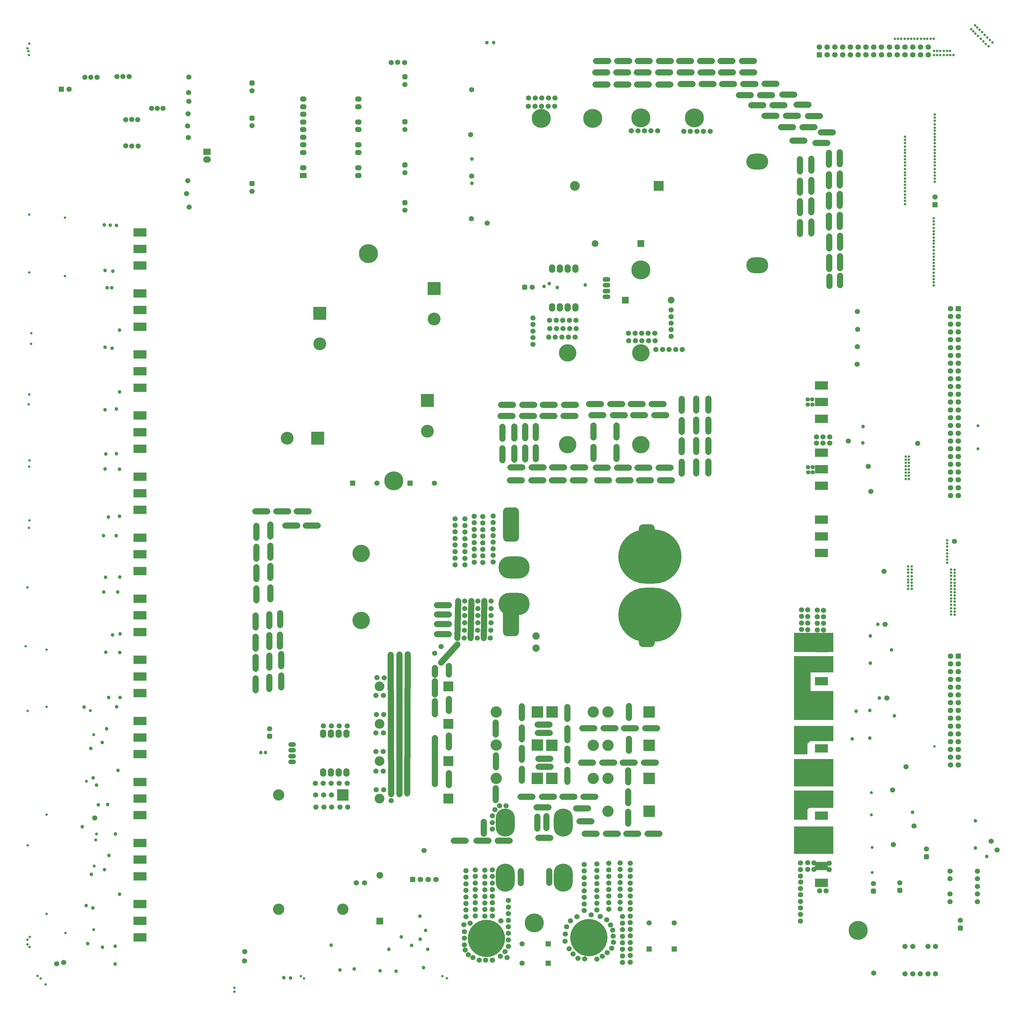
<source format=gts>
G04*
G04 #@! TF.GenerationSoftware,Altium Limited,Altium Designer,25.3.3 (18)*
G04*
G04 Layer_Color=8388736*
%FSLAX44Y44*%
%MOMM*%
G71*
G04*
G04 #@! TF.SameCoordinates,02FA8497-09D8-4EBB-9686-6BBDE5AED0EC*
G04*
G04*
G04 #@! TF.FilePolarity,Negative*
G04*
G01*
G75*
%ADD20C,2.0000*%
%ADD21C,5.7032*%
%ADD22O,6.2032X9.2032*%
%ADD23C,6.2032*%
%ADD24O,7.2032X5.2032*%
%ADD25C,1.7032*%
G04:AMPARAMS|DCode=26|XSize=1.7032mm|YSize=1.7032mm|CornerRadius=0.4766mm|HoleSize=0mm|Usage=FLASHONLY|Rotation=270.000|XOffset=0mm|YOffset=0mm|HoleType=Round|Shape=RoundedRectangle|*
%AMROUNDEDRECTD26*
21,1,1.7032,0.7500,0,0,270.0*
21,1,0.7500,1.7032,0,0,270.0*
1,1,0.9532,-0.3750,-0.3750*
1,1,0.9532,-0.3750,0.3750*
1,1,0.9532,0.3750,0.3750*
1,1,0.9532,0.3750,-0.3750*
%
%ADD26ROUNDEDRECTD26*%
%ADD27R,4.2032X2.7032*%
%ADD28C,4.2032*%
%ADD29R,4.2032X4.2032*%
%ADD30O,20.7032X17.7032*%
G04:AMPARAMS|DCode=31|XSize=5.2032mm|YSize=15.2032mm|CornerRadius=1.3516mm|HoleSize=0mm|Usage=FLASHONLY|Rotation=180.000|XOffset=0mm|YOffset=0mm|HoleType=Round|Shape=RoundedRectangle|*
%AMROUNDEDRECTD31*
21,1,5.2032,12.5000,0,0,180.0*
21,1,2.5000,15.2032,0,0,180.0*
1,1,2.7032,-1.2500,6.2500*
1,1,2.7032,1.2500,6.2500*
1,1,2.7032,1.2500,-6.2500*
1,1,2.7032,-1.2500,-6.2500*
%
%ADD31ROUNDEDRECTD31*%
G04:AMPARAMS|DCode=32|XSize=5.2032mm|YSize=11.2032mm|CornerRadius=1.3516mm|HoleSize=0mm|Usage=FLASHONLY|Rotation=180.000|XOffset=0mm|YOffset=0mm|HoleType=Round|Shape=RoundedRectangle|*
%AMROUNDEDRECTD32*
21,1,5.2032,8.5000,0,0,180.0*
21,1,2.5000,11.2032,0,0,180.0*
1,1,2.7032,-1.2500,4.2500*
1,1,2.7032,1.2500,4.2500*
1,1,2.7032,1.2500,-4.2500*
1,1,2.7032,-1.2500,-4.2500*
%
%ADD32ROUNDEDRECTD32*%
%ADD33O,10.2032X7.2032*%
%ADD34R,4.2032X4.2032*%
%ADD35R,1.7032X1.7032*%
%ADD36C,2.4032*%
%ADD37C,1.8082*%
%ADD38R,1.8082X1.8082*%
G04:AMPARAMS|DCode=39|XSize=1.7032mm|YSize=1.7032mm|CornerRadius=0.4766mm|HoleSize=0mm|Usage=FLASHONLY|Rotation=0.000|XOffset=0mm|YOffset=0mm|HoleType=Round|Shape=RoundedRectangle|*
%AMROUNDEDRECTD39*
21,1,1.7032,0.7500,0,0,0.0*
21,1,0.7500,1.7032,0,0,0.0*
1,1,0.9532,0.3750,-0.3750*
1,1,0.9532,-0.3750,-0.3750*
1,1,0.9532,-0.3750,0.3750*
1,1,0.9532,0.3750,0.3750*
%
%ADD39ROUNDEDRECTD39*%
%ADD40R,1.7232X1.7232*%
%ADD41C,1.7232*%
%ADD42C,3.7032*%
%ADD43R,3.7032X3.7032*%
%ADD44O,2.5032X1.5032*%
%ADD45O,2.1082X2.7432*%
%ADD46R,3.7032X3.7032*%
%ADD47C,2.2032*%
%ADD48R,2.2032X2.2032*%
%ADD49C,1.8032*%
%ADD50R,1.8032X1.8032*%
%ADD51R,1.7232X1.7232*%
%ADD52O,2.4892X2.1082*%
%ADD53R,2.4892X2.1082*%
%ADD54R,2.2032X1.7032*%
%ADD55C,3.2032*%
%ADD56O,2.2032X1.7032*%
%ADD57R,3.2032X3.2032*%
%ADD58R,1.7032X1.7032*%
%ADD59R,1.8082X1.8082*%
%ADD60C,12.2032*%
%ADD61R,2.2032X2.2032*%
%ADD62C,1.2032*%
%ADD63C,1.0032*%
%ADD64C,0.8032*%
%ADD65C,1.4032*%
%ADD66C,0.9032*%
G36*
X2665300Y470740D02*
Y560910D01*
X2536000D01*
Y470740D01*
X2665300D01*
D02*
G37*
G36*
Y679000D02*
X2536000D01*
Y582500D01*
X2580210D01*
Y616790D01*
X2585170Y621750D01*
X2665300D01*
Y679000D01*
D02*
G37*
G36*
Y691720D02*
X2536000D01*
Y782000D01*
X2665300D01*
Y691720D01*
D02*
G37*
G36*
Y889840D02*
X2536000D01*
Y797130D01*
X2580210D01*
Y831420D01*
X2589290Y840500D01*
X2665300D01*
Y889840D01*
D02*
G37*
G36*
Y1118440D02*
X2536000D01*
Y909500D01*
X2665300D01*
Y1004140D01*
X2590370D01*
Y1065100D01*
X2665300D01*
Y1118440D01*
D02*
G37*
G36*
Y1132410D02*
Y1195250D01*
X2536000D01*
Y1132410D01*
X2665300D01*
D02*
G37*
D20*
X1645250Y710500D02*
Y749500D01*
Y779500D02*
Y818500D01*
Y846250D02*
Y885250D01*
Y916000D02*
Y955000D01*
X1697000Y894750D02*
X1736000D01*
X1698250Y867750D02*
X1737250D01*
X1700000Y782500D02*
X1739000D01*
X1700750Y756250D02*
X1739750D01*
X1794750Y913250D02*
Y952250D01*
Y843500D02*
Y882500D01*
Y776750D02*
Y815750D01*
Y707750D02*
Y746750D01*
X1843750Y883000D02*
X1882750D01*
X1913500D02*
X1952500D01*
X1980250D02*
X2019250D01*
X1839500Y770000D02*
X1878500D01*
X1909250D02*
X1948250D01*
X1976000D02*
X2015000D01*
X1641750Y658500D02*
X1680750D01*
X1711500D02*
X1750500D01*
X1778250D02*
X1817250D01*
X1847250D02*
X1886250D01*
X1993500Y706000D02*
Y745000D01*
Y637000D02*
Y676000D01*
Y570250D02*
Y609250D01*
X1996000Y809000D02*
Y848000D01*
Y916500D02*
Y955500D01*
X2687000Y2456500D02*
Y2495500D01*
Y2389750D02*
Y2428750D01*
X2687250Y2334250D02*
Y2364250D01*
X2651500Y2454250D02*
Y2493250D01*
Y2387500D02*
Y2426500D01*
X2652250Y2331500D02*
Y2361500D01*
X1361000Y699750D02*
Y850500D01*
X1381496Y1097873D02*
X1434496Y1156623D01*
X1521214Y1177750D02*
X1523214Y1299000D01*
X1435072Y1177750D02*
X1437072Y1299000D01*
X1478143Y1177750D02*
X1480143Y1299000D01*
X1216750Y1122964D02*
X1218000Y666786D01*
X1244750Y667000D02*
X1245000Y1124000D01*
X1270750Y669500D02*
X1272250Y1124929D01*
X1406750Y696000D02*
Y735000D01*
Y819750D02*
Y858750D01*
Y939250D02*
Y978250D01*
Y1086500D02*
X1407250Y1059000D01*
X1361000Y1057964D02*
Y1079500D01*
Y993357D02*
Y1036429D01*
Y928750D02*
Y971822D01*
X1368004Y1285428D02*
X1407004D01*
X1368004Y1255177D02*
X1407004D01*
X1368004Y1223927D02*
X1407004D01*
X1368004Y1190427D02*
X1407004D01*
X2624500Y2834250D02*
X2663500D01*
X2582000Y2887500D02*
X2621000D01*
X2544500Y2924500D02*
X2583500D01*
X2498500Y2957750D02*
X2537500D01*
X2439500Y2993750D02*
X2478500D01*
X2606750Y2799500D02*
X2645750D01*
X2531250Y2807500D02*
X2570250D01*
X2564000Y2851000D02*
X2603000D01*
X2494250D02*
X2533250D01*
X2509750Y2888500D02*
X2548750D01*
X2440000D02*
X2479000D01*
X2466250Y2923250D02*
X2505250D01*
X2396500D02*
X2435500D01*
X2425750Y2956000D02*
X2464750D01*
X2356000D02*
X2395000D01*
X2556000Y2501250D02*
Y2540250D01*
Y2570250D02*
Y2609250D01*
Y2637000D02*
Y2676000D01*
Y2706750D02*
Y2745750D01*
X2592750Y2503500D02*
Y2542500D01*
Y2572500D02*
Y2611500D01*
Y2639250D02*
Y2678250D01*
Y2709000D02*
Y2748000D01*
X2651000Y2522500D02*
Y2561500D01*
Y2591500D02*
Y2630500D01*
Y2658250D02*
Y2697250D01*
Y2728000D02*
Y2767000D01*
X2686500Y2524750D02*
Y2563750D01*
Y2593750D02*
Y2632750D01*
Y2660500D02*
Y2699500D01*
Y2730250D02*
Y2769250D01*
X2165250Y2992500D02*
X2204250D01*
X2234250D02*
X2273250D01*
X2301000D02*
X2340000D01*
X2370750D02*
X2409750D01*
X2161750Y3031000D02*
X2200750D01*
X2230750D02*
X2269750D01*
X2297500D02*
X2336500D01*
X2367250D02*
X2406250D01*
X2160250Y3068000D02*
X2199250D01*
X2229250D02*
X2268250D01*
X2296000D02*
X2335000D01*
X2365750D02*
X2404750D01*
X1886750Y2990500D02*
X1925750D01*
X1955750D02*
X1994750D01*
X2022500D02*
X2061500D01*
X2092250D02*
X2131250D01*
X1886000Y3030250D02*
X1925000D01*
X1955000D02*
X1994000D01*
X2021750D02*
X2060750D01*
X2091500D02*
X2130500D01*
X1889000Y3068250D02*
X1928000D01*
X1958000D02*
X1997000D01*
X2024750D02*
X2063750D01*
X2094500D02*
X2133500D01*
X1955500Y1834750D02*
Y1873750D01*
Y1765000D02*
Y1804000D01*
X1880000Y1834750D02*
Y1873750D01*
Y1765000D02*
Y1804000D01*
X1582000Y1830500D02*
Y1869500D01*
Y1760750D02*
Y1799750D01*
X1620750Y1831750D02*
Y1870750D01*
Y1762000D02*
Y1801000D01*
X1657000Y1833000D02*
Y1872000D01*
Y1763250D02*
Y1802250D01*
X1691250Y1833500D02*
Y1872500D01*
Y1763750D02*
Y1802750D01*
X1607000Y1695000D02*
X1646000D01*
X1676750D02*
X1715750D01*
X1743500D02*
X1782500D01*
X1812500D02*
X1851500D01*
X1608250Y1736750D02*
X1647250D01*
X1678000D02*
X1717000D01*
X1744750D02*
X1783750D01*
X1813750D02*
X1852750D01*
X1887750Y1736250D02*
X1926750D01*
X1957500D02*
X1996500D01*
X2024250D02*
X2063250D01*
X2093250D02*
X2132250D01*
X1892250Y1695000D02*
X1931250D01*
X1962000D02*
X2001000D01*
X2028750D02*
X2067750D01*
X2097750D02*
X2136750D01*
X2168750Y1716750D02*
Y1755750D01*
Y1786500D02*
Y1825500D01*
Y1853250D02*
Y1892250D01*
Y1922250D02*
Y1961250D01*
X2216500Y1717750D02*
Y1756750D01*
Y1787500D02*
Y1826500D01*
Y1854250D02*
Y1893250D01*
Y1923250D02*
Y1962250D01*
X2256250Y1717750D02*
Y1756750D01*
Y1787500D02*
Y1826500D01*
Y1854250D02*
Y1893250D01*
Y1923250D02*
Y1962250D01*
X1873500Y1908250D02*
X1912500D01*
X1943250D02*
X1982250D01*
X2010000D02*
X2049000D01*
X2079000D02*
X2118000D01*
X1865500Y1944500D02*
X1904500D01*
X1935250D02*
X1974250D01*
X2002000D02*
X2041000D01*
X2071000D02*
X2110000D01*
X1576500Y1905250D02*
X1615500D01*
X1646250D02*
X1685250D01*
X1713000D02*
X1752000D01*
X1782000D02*
X1821000D01*
X1577750Y1942000D02*
X1616750D01*
X1647500D02*
X1686500D01*
X1714250D02*
X1753250D01*
X1783250D02*
X1822250D01*
X871750Y1546750D02*
X910750D01*
X938500D02*
X977500D01*
X909250Y1593250D02*
X948250D01*
X842500D02*
X881500D01*
X773500D02*
X812500D01*
X823000Y1305250D02*
Y1344250D01*
Y1375000D02*
Y1414000D01*
Y1441750D02*
Y1480750D01*
Y1510750D02*
Y1549750D01*
X776750Y1301500D02*
Y1340500D01*
Y1371250D02*
Y1410250D01*
Y1438000D02*
Y1477000D01*
Y1507000D02*
Y1546000D01*
X774750Y1007250D02*
Y1046250D01*
Y1077000D02*
Y1116000D01*
Y1143750D02*
Y1182750D01*
Y1212750D02*
Y1251750D01*
X819500Y1011750D02*
Y1050750D01*
Y1081500D02*
Y1120500D01*
Y1148250D02*
Y1187250D01*
Y1217250D02*
Y1256250D01*
X858500Y1016500D02*
Y1055500D01*
Y1086250D02*
Y1125250D01*
X853750Y1150500D02*
Y1189500D01*
X854500Y1220500D02*
Y1259500D01*
X1735250Y376500D02*
Y415500D01*
X1642000Y375250D02*
Y414250D01*
X1521500Y537000D02*
Y576000D01*
X1423250Y514500D02*
X1462250D01*
X1497750D02*
X1536750D01*
X1566500D02*
X1605500D01*
X1560500Y647000D02*
Y686000D01*
X1560250Y862500D02*
Y901500D01*
X1561000Y754500D02*
Y793500D01*
X1834750Y578000D02*
X1873750D01*
X1823750Y620000D02*
X1862750D01*
X1694000Y623750D02*
X1733000D01*
X1699750Y523500D02*
X1738750D01*
X1696250Y554000D02*
Y593000D01*
X1725750Y555500D02*
Y594500D01*
X2056750Y537000D02*
X2095750D01*
X1987750D02*
X2026750D01*
X1921000D02*
X1960000D01*
X1851250D02*
X1890250D01*
X2045000Y770000D02*
X2084000D01*
X2049250Y883000D02*
X2088250D01*
D21*
X1119710Y1235280D02*
D03*
Y1455280D02*
D03*
X1795350Y1811580D02*
D03*
Y2111580D02*
D03*
X2035350Y1811580D02*
D03*
Y2111580D02*
D03*
D22*
X1781380Y573270D02*
D03*
Y393270D02*
D03*
X1591380Y573270D02*
D03*
Y393270D02*
D03*
D23*
X1708990Y2879930D02*
D03*
X1143840Y2436700D02*
D03*
X1226390Y1692480D02*
D03*
X2035380Y2383360D02*
D03*
X1686130Y244680D02*
D03*
X2746580Y220550D02*
D03*
X2035380Y2881200D02*
D03*
X2210640D02*
D03*
X1877900Y2879930D02*
D03*
D24*
X2416380Y2738600D02*
D03*
Y2398600D02*
D03*
D25*
X1263220Y2990820D02*
D03*
X1359730Y1684860D02*
D03*
X1171780D02*
D03*
X1679580Y2327280D02*
D03*
X820250Y881250D02*
D03*
X1646850Y176100D02*
D03*
X1646760Y112600D02*
D03*
X2969750Y487250D02*
D03*
X3046470Y414530D02*
D03*
Y389530D02*
D03*
Y339530D02*
D03*
Y314530D02*
D03*
X3136470Y414530D02*
D03*
Y389530D02*
D03*
Y364530D02*
D03*
Y339530D02*
D03*
Y314530D02*
D03*
X2999780Y168310D02*
D03*
X2974780D02*
D03*
X2924780D02*
D03*
X2899780D02*
D03*
X2999780Y78310D02*
D03*
X2974780D02*
D03*
X2949780D02*
D03*
X2924780D02*
D03*
X2899780D02*
D03*
X3080590Y253170D02*
D03*
X2796110Y374020D02*
D03*
X2882470Y376560D02*
D03*
X762840Y2970500D02*
D03*
Y2855800D02*
D03*
Y2641370D02*
D03*
X1263220Y2579140D02*
D03*
X2144600Y244680D02*
D03*
X1263220Y2702330D02*
D03*
Y2843500D02*
D03*
X2062050Y244680D02*
D03*
X2595000Y975536D02*
D03*
X1480250Y203750D02*
D03*
Y182214D02*
D03*
X1539500Y243250D02*
D03*
X1517964D02*
D03*
X1578750Y186500D02*
D03*
Y208036D02*
D03*
X1521000Y145750D02*
D03*
X1542536D02*
D03*
X1857750Y146750D02*
D03*
X1879286D02*
D03*
X1915750Y210750D02*
D03*
Y189214D02*
D03*
X1875250Y246250D02*
D03*
X1853714D02*
D03*
X1816500Y186500D02*
D03*
Y208036D02*
D03*
X1569250Y381000D02*
D03*
Y402536D02*
D03*
X1612500Y381500D02*
D03*
Y403036D02*
D03*
X1803750Y383250D02*
D03*
Y404786D02*
D03*
X1760000Y381750D02*
D03*
Y403286D02*
D03*
X1570000Y563000D02*
D03*
Y584536D02*
D03*
X1612500Y563750D02*
D03*
Y585286D02*
D03*
X1802750Y564500D02*
D03*
Y586036D02*
D03*
X1759000Y562750D02*
D03*
Y584286D02*
D03*
X1655500Y1282250D02*
D03*
Y1303786D02*
D03*
X1585000Y1281000D02*
D03*
Y1302536D02*
D03*
X1655500Y1419000D02*
D03*
X1655250Y1404250D02*
D03*
X2631214Y1816250D02*
D03*
X2609679D02*
D03*
X2653036Y1836500D02*
D03*
X2609964D02*
D03*
X2652750Y1816250D02*
D03*
X2631500Y1836500D02*
D03*
X2655750Y975036D02*
D03*
Y953500D02*
D03*
X2595000Y954000D02*
D03*
X2619750Y350000D02*
D03*
X2641286D02*
D03*
X2558000Y378500D02*
D03*
X2557750Y357750D02*
D03*
X2651750Y440786D02*
D03*
Y419250D02*
D03*
X2601250Y441536D02*
D03*
Y420000D02*
D03*
X2581000Y442036D02*
D03*
Y420500D02*
D03*
X2557250Y251321D02*
D03*
Y272857D02*
D03*
X2557500Y294250D02*
D03*
Y315786D02*
D03*
Y337321D02*
D03*
X2557750Y398286D02*
D03*
Y419821D02*
D03*
Y441357D02*
D03*
X2632250Y546250D02*
D03*
X2653000Y546000D02*
D03*
X2610000D02*
D03*
X2632250Y527500D02*
D03*
X2653000Y527250D02*
D03*
X2610000D02*
D03*
X2631750Y508750D02*
D03*
X2652500Y508500D02*
D03*
X2609500D02*
D03*
X2547750Y547607D02*
D03*
Y526071D02*
D03*
Y504536D02*
D03*
Y483000D02*
D03*
X2590750D02*
D03*
Y504536D02*
D03*
Y526071D02*
D03*
Y547607D02*
D03*
X2570000Y483250D02*
D03*
Y504786D02*
D03*
Y526321D02*
D03*
Y547857D02*
D03*
X2636750Y668250D02*
D03*
X2615214D02*
D03*
X2635500Y633500D02*
D03*
X2613964D02*
D03*
X2654750Y639250D02*
D03*
Y660786D02*
D03*
X2592250Y639750D02*
D03*
Y661286D02*
D03*
X2548750Y662857D02*
D03*
Y641321D02*
D03*
Y619786D02*
D03*
Y598250D02*
D03*
X2569500Y662607D02*
D03*
Y641071D02*
D03*
Y619536D02*
D03*
Y598000D02*
D03*
X2652750Y771500D02*
D03*
X2631214D02*
D03*
X2609679D02*
D03*
X2652750Y751750D02*
D03*
X2631214D02*
D03*
X2609679D02*
D03*
X2652750Y732250D02*
D03*
X2631214D02*
D03*
X2609679D02*
D03*
X2547000Y704750D02*
D03*
Y726286D02*
D03*
Y747821D02*
D03*
Y769357D02*
D03*
X2568250Y769107D02*
D03*
Y747571D02*
D03*
Y726036D02*
D03*
Y704500D02*
D03*
X2589000Y768857D02*
D03*
Y747321D02*
D03*
Y725786D02*
D03*
Y704250D02*
D03*
X2636750Y851750D02*
D03*
X2618000Y851500D02*
D03*
X2654750Y855250D02*
D03*
X2654250Y875250D02*
D03*
X2593750Y875750D02*
D03*
X2593250Y856000D02*
D03*
X2569750Y810750D02*
D03*
Y832286D02*
D03*
Y853821D02*
D03*
Y875357D02*
D03*
X2549000Y811000D02*
D03*
Y832536D02*
D03*
Y854071D02*
D03*
Y875607D02*
D03*
X2613964Y1176750D02*
D03*
X2635500D02*
D03*
X2583750Y1178500D02*
D03*
Y1156964D02*
D03*
X2563500Y1178786D02*
D03*
Y1157250D02*
D03*
X2612500Y1247857D02*
D03*
Y1269393D02*
D03*
Y1226321D02*
D03*
Y1204786D02*
D03*
X2632750Y1204500D02*
D03*
Y1247571D02*
D03*
Y1269107D02*
D03*
Y1226036D02*
D03*
X2561000Y1248857D02*
D03*
Y1270393D02*
D03*
Y1227321D02*
D03*
Y1205786D02*
D03*
X2581250Y1205500D02*
D03*
Y1248571D02*
D03*
Y1270107D02*
D03*
Y1227036D02*
D03*
X2649000Y1077250D02*
D03*
X2648500Y1106500D02*
D03*
X2603500Y1106000D02*
D03*
X2599750Y1076750D02*
D03*
X2589250Y922500D02*
D03*
X2569000Y922786D02*
D03*
X2615000Y953286D02*
D03*
Y974821D02*
D03*
X2635250Y953000D02*
D03*
Y974536D02*
D03*
X2574250Y1010071D02*
D03*
Y967000D02*
D03*
Y988536D02*
D03*
Y1053143D02*
D03*
Y1096214D02*
D03*
Y945464D02*
D03*
Y1074678D02*
D03*
Y1031607D02*
D03*
X2554000Y1031893D02*
D03*
Y1010357D02*
D03*
Y1053428D02*
D03*
Y1096500D02*
D03*
Y1074964D02*
D03*
Y988821D02*
D03*
Y967286D02*
D03*
Y945750D02*
D03*
X1942500Y221250D02*
D03*
X1944750Y201750D02*
D03*
X1945000Y181250D02*
D03*
X1939000Y162250D02*
D03*
X1890750Y126500D02*
D03*
X1936250Y238750D02*
D03*
X1923500Y255000D02*
D03*
X1902500Y266000D02*
D03*
X1788250Y208500D02*
D03*
X1792250Y232500D02*
D03*
X1805000Y252000D02*
D03*
X1826000Y265250D02*
D03*
X1872750Y271000D02*
D03*
X1787250Y184750D02*
D03*
X2000500Y202643D02*
D03*
Y181107D02*
D03*
Y224179D02*
D03*
Y267250D02*
D03*
Y245714D02*
D03*
Y159571D02*
D03*
Y138036D02*
D03*
Y116500D02*
D03*
X1974750Y201393D02*
D03*
Y179857D02*
D03*
Y222929D02*
D03*
Y266000D02*
D03*
Y244464D02*
D03*
Y158321D02*
D03*
Y136786D02*
D03*
Y115250D02*
D03*
X1925250Y147750D02*
D03*
X1909250Y135750D02*
D03*
X1851500Y127250D02*
D03*
X1527214Y123500D02*
D03*
X1800750Y160750D02*
D03*
X1813500Y143500D02*
D03*
X1829000Y129500D02*
D03*
X1577250Y252250D02*
D03*
X1455750Y239500D02*
D03*
X1476000Y244500D02*
D03*
X1460250Y156000D02*
D03*
X1470750Y141250D02*
D03*
X1485500Y132000D02*
D03*
X1597500Y131500D02*
D03*
X1575750Y135500D02*
D03*
X1591000Y150750D02*
D03*
X1505679Y123500D02*
D03*
X1548750D02*
D03*
X1457250Y216321D02*
D03*
Y194786D02*
D03*
Y173250D02*
D03*
X1022250Y890500D02*
D03*
X1074500D02*
D03*
X1047750D02*
D03*
X996250D02*
D03*
X970750Y664000D02*
D03*
X996750D02*
D03*
X1022250D02*
D03*
X1076000Y624500D02*
D03*
X1050000D02*
D03*
X1023250D02*
D03*
X997750D02*
D03*
X971750D02*
D03*
X969750Y702214D02*
D03*
X995750D02*
D03*
X1021250D02*
D03*
X1048000D02*
D03*
X1074000D02*
D03*
X1171250Y1048250D02*
D03*
X1195500Y1048000D02*
D03*
X1168500Y990250D02*
D03*
X1192750Y990000D02*
D03*
X1169500Y927500D02*
D03*
X1193750Y927250D02*
D03*
X1168250Y867500D02*
D03*
X1192500Y867250D02*
D03*
X1192000Y741750D02*
D03*
X1167750Y742000D02*
D03*
X1192000Y806500D02*
D03*
X1167750Y806750D02*
D03*
X1169000Y681500D02*
D03*
X1193250Y681250D02*
D03*
X1272250Y1081857D02*
D03*
Y1103393D02*
D03*
Y1060322D02*
D03*
Y1017250D02*
D03*
Y1038786D02*
D03*
Y1124929D02*
D03*
X1245000Y1078607D02*
D03*
Y1100143D02*
D03*
Y1057072D02*
D03*
Y1014000D02*
D03*
Y1035536D02*
D03*
Y1121679D02*
D03*
X1216750Y1058357D02*
D03*
Y1079893D02*
D03*
Y1036822D02*
D03*
Y993750D02*
D03*
Y1015286D02*
D03*
Y1101429D02*
D03*
Y1122964D02*
D03*
X1217500Y884607D02*
D03*
Y906143D02*
D03*
Y863072D02*
D03*
Y820000D02*
D03*
Y841536D02*
D03*
Y927679D02*
D03*
Y949214D02*
D03*
Y970750D02*
D03*
X1244750Y906607D02*
D03*
Y928143D02*
D03*
Y885071D02*
D03*
Y842000D02*
D03*
Y863536D02*
D03*
Y949679D02*
D03*
Y971214D02*
D03*
Y992750D02*
D03*
X1271000Y910107D02*
D03*
Y931643D02*
D03*
Y888571D02*
D03*
Y845500D02*
D03*
Y867036D02*
D03*
Y953179D02*
D03*
Y974714D02*
D03*
Y996250D02*
D03*
X1270750Y734107D02*
D03*
Y755643D02*
D03*
Y712571D02*
D03*
Y669500D02*
D03*
Y691036D02*
D03*
Y777179D02*
D03*
Y798714D02*
D03*
Y820250D02*
D03*
X1244750Y731607D02*
D03*
Y753143D02*
D03*
Y710071D02*
D03*
Y667000D02*
D03*
Y688536D02*
D03*
Y774679D02*
D03*
Y796214D02*
D03*
Y817750D02*
D03*
X1218000Y709857D02*
D03*
Y731393D02*
D03*
Y688322D02*
D03*
Y645250D02*
D03*
Y666786D02*
D03*
Y752929D02*
D03*
Y774464D02*
D03*
Y796000D02*
D03*
X1427250Y1525786D02*
D03*
Y1504250D02*
D03*
Y1547321D02*
D03*
Y1418107D02*
D03*
Y1439643D02*
D03*
Y1568857D02*
D03*
Y1482714D02*
D03*
Y1461179D02*
D03*
X1459750Y1482107D02*
D03*
Y1503643D02*
D03*
Y1460571D02*
D03*
Y1417500D02*
D03*
Y1439036D02*
D03*
Y1525179D02*
D03*
Y1546714D02*
D03*
Y1568250D02*
D03*
X1489750Y1490857D02*
D03*
Y1512393D02*
D03*
Y1469321D02*
D03*
Y1426250D02*
D03*
Y1447786D02*
D03*
Y1533929D02*
D03*
Y1555464D02*
D03*
Y1577000D02*
D03*
X1517500Y1533179D02*
D03*
Y1468571D02*
D03*
Y1554714D02*
D03*
Y1447036D02*
D03*
Y1576250D02*
D03*
X1551250Y1534928D02*
D03*
Y1556464D02*
D03*
X1517500Y1490107D02*
D03*
X1551250Y1470321D02*
D03*
X1517500Y1511643D02*
D03*
X1551250Y1448786D02*
D03*
Y1513393D02*
D03*
X1517500Y1425500D02*
D03*
X1551250Y1578000D02*
D03*
Y1491857D02*
D03*
Y1427250D02*
D03*
X1689393Y2946500D02*
D03*
X1667857D02*
D03*
X1710929D02*
D03*
X1754000D02*
D03*
X1732464D02*
D03*
X1688643Y2920000D02*
D03*
X1667107D02*
D03*
X1710179D02*
D03*
X1753250D02*
D03*
X1731714D02*
D03*
X2197143Y2837250D02*
D03*
X2175607D02*
D03*
X2218679D02*
D03*
X2261750D02*
D03*
X2240214D02*
D03*
X2025393Y2839000D02*
D03*
X2003857D02*
D03*
X2046929D02*
D03*
X2090000D02*
D03*
X2068464D02*
D03*
X2133750Y2209321D02*
D03*
Y2252393D02*
D03*
Y2230857D02*
D03*
Y2187786D02*
D03*
Y2166250D02*
D03*
X2106143Y2123250D02*
D03*
X2084607D02*
D03*
X2127679D02*
D03*
X2170750D02*
D03*
X2149214D02*
D03*
X2059214Y2176750D02*
D03*
X2080750D02*
D03*
X2037679D02*
D03*
X1994607D02*
D03*
X2016143D02*
D03*
X1995607Y2151750D02*
D03*
X2038679D02*
D03*
X2017143D02*
D03*
X2081750D02*
D03*
X2060214D02*
D03*
X1381496Y1150123D02*
D03*
X1360496Y1128123D02*
D03*
X1434496Y1156623D02*
D03*
X1416746Y1138623D02*
D03*
X1399746Y1117873D02*
D03*
X1381496Y1097873D02*
D03*
X1682000Y2161643D02*
D03*
Y2140107D02*
D03*
Y2183179D02*
D03*
Y2226250D02*
D03*
Y2204714D02*
D03*
X1755143Y2163750D02*
D03*
X1733607D02*
D03*
X1776679D02*
D03*
X1819750D02*
D03*
X1798214D02*
D03*
X1758893Y2192000D02*
D03*
X1737357D02*
D03*
X1780429D02*
D03*
X1823500D02*
D03*
X1801964D02*
D03*
X1758143Y2219000D02*
D03*
X1736607D02*
D03*
X1779679D02*
D03*
X1822750D02*
D03*
X1801214D02*
D03*
X1557500Y616000D02*
D03*
X1593750Y628250D02*
D03*
X1572464D02*
D03*
X1548750Y552464D02*
D03*
Y595536D02*
D03*
Y574000D02*
D03*
X1361000Y850500D02*
D03*
Y828964D02*
D03*
Y807429D02*
D03*
Y721286D02*
D03*
Y699750D02*
D03*
Y742822D02*
D03*
Y785893D02*
D03*
Y764357D02*
D03*
Y1079500D02*
D03*
Y1057964D02*
D03*
Y1036429D02*
D03*
Y950286D02*
D03*
Y928750D02*
D03*
Y971822D02*
D03*
Y1014893D02*
D03*
Y993357D02*
D03*
X1542750Y1177750D02*
D03*
X1521214D02*
D03*
X1499679D02*
D03*
X1435072D02*
D03*
X1478143D02*
D03*
X1456607D02*
D03*
X1543750Y1203500D02*
D03*
X1522214D02*
D03*
X1500679D02*
D03*
X1436071D02*
D03*
X1479143D02*
D03*
X1457607D02*
D03*
X1544750Y1227750D02*
D03*
X1523214D02*
D03*
X1501679D02*
D03*
X1437072D02*
D03*
X1480143D02*
D03*
X1458607D02*
D03*
X1544750Y1252000D02*
D03*
X1523214D02*
D03*
X1501679D02*
D03*
X1437072D02*
D03*
X1480143D02*
D03*
X1458607D02*
D03*
X1544750Y1274250D02*
D03*
X1523214D02*
D03*
X1501679D02*
D03*
X1437072D02*
D03*
X1480143D02*
D03*
X1458607D02*
D03*
X1544750Y1299000D02*
D03*
X1523214D02*
D03*
X1501679D02*
D03*
X1437072D02*
D03*
X1480143D02*
D03*
X1458607D02*
D03*
X1462750Y265500D02*
D03*
Y287036D02*
D03*
Y308571D02*
D03*
Y394714D02*
D03*
Y416250D02*
D03*
Y373178D02*
D03*
Y330107D02*
D03*
Y351643D02*
D03*
X1549500Y268000D02*
D03*
Y289536D02*
D03*
Y311071D02*
D03*
Y397214D02*
D03*
Y418750D02*
D03*
Y375678D02*
D03*
Y332607D02*
D03*
Y354143D02*
D03*
X1850000Y285750D02*
D03*
Y307286D02*
D03*
Y328821D02*
D03*
Y414964D02*
D03*
Y436500D02*
D03*
Y393428D02*
D03*
Y350357D02*
D03*
Y371893D02*
D03*
X1890750Y287500D02*
D03*
Y309036D02*
D03*
Y330571D02*
D03*
Y416714D02*
D03*
Y438250D02*
D03*
Y395178D02*
D03*
Y352107D02*
D03*
Y373643D02*
D03*
X1930500Y289750D02*
D03*
Y311286D02*
D03*
Y332821D02*
D03*
Y418964D02*
D03*
Y440500D02*
D03*
Y397429D02*
D03*
Y354357D02*
D03*
Y375893D02*
D03*
X1967500Y291000D02*
D03*
Y312536D02*
D03*
Y334071D02*
D03*
Y420214D02*
D03*
Y441750D02*
D03*
Y398679D02*
D03*
Y355607D02*
D03*
Y377143D02*
D03*
X2000000Y289750D02*
D03*
Y311286D02*
D03*
Y332821D02*
D03*
Y418964D02*
D03*
Y440500D02*
D03*
Y397429D02*
D03*
Y354357D02*
D03*
Y375893D02*
D03*
X1601750Y167750D02*
D03*
Y189286D02*
D03*
Y210821D02*
D03*
Y296964D02*
D03*
Y318500D02*
D03*
Y275429D02*
D03*
Y232357D02*
D03*
Y253893D02*
D03*
X1524750Y267250D02*
D03*
Y288786D02*
D03*
Y310321D02*
D03*
Y396464D02*
D03*
Y418000D02*
D03*
Y374929D02*
D03*
Y331857D02*
D03*
Y353393D02*
D03*
X1493500Y268000D02*
D03*
Y289536D02*
D03*
Y311071D02*
D03*
Y397214D02*
D03*
Y418750D02*
D03*
Y375678D02*
D03*
Y332607D02*
D03*
Y354143D02*
D03*
X3061250Y1494500D02*
D03*
X3181500Y512250D02*
D03*
X3200750Y483500D02*
D03*
X2831000Y1396250D02*
D03*
X2941000Y1816000D02*
D03*
X1130750Y376500D02*
D03*
X548750Y2633750D02*
D03*
X552750Y2676250D02*
D03*
X1481000Y2691250D02*
D03*
X1532000Y2536750D02*
D03*
X1480250Y2551500D02*
D03*
X2797000Y81000D02*
D03*
X123500Y111750D02*
D03*
X146000Y115750D02*
D03*
X2928750Y562750D02*
D03*
X1103750Y376750D02*
D03*
X738250Y120750D02*
D03*
X739250Y151250D02*
D03*
X1326000Y482000D02*
D03*
X388000Y2875500D02*
D03*
X434000Y2912750D02*
D03*
X471500D02*
D03*
X1217750Y3063170D02*
D03*
X1239250Y3063500D02*
D03*
X1261750Y3063000D02*
D03*
X1481500Y2974000D02*
D03*
X255750Y3014750D02*
D03*
X235500D02*
D03*
X215250Y3014500D02*
D03*
X453000Y2913000D02*
D03*
X1478250Y2827000D02*
D03*
X320250Y3017250D02*
D03*
X360000D02*
D03*
X340250Y3017500D02*
D03*
X349750Y2875500D02*
D03*
X368750Y2876250D02*
D03*
X369250Y2789000D02*
D03*
X390000Y2789250D02*
D03*
X349250Y2790000D02*
D03*
X554000Y2817250D02*
D03*
X551940Y2855560D02*
D03*
X553500Y2895250D02*
D03*
X556000Y2935750D02*
D03*
X554750Y2965000D02*
D03*
X556000Y3015750D02*
D03*
X557000Y2589750D02*
D03*
X248000Y588500D02*
D03*
X2743730Y2247230D02*
D03*
X2744960Y2189290D02*
D03*
X2743340Y2132660D02*
D03*
X2742760Y2074990D02*
D03*
X2787560Y1658190D02*
D03*
X2713760Y1823510D02*
D03*
X2779730Y1740730D02*
D03*
X2903250Y756750D02*
D03*
X2834590Y1222590D02*
D03*
X2858750Y680500D02*
D03*
X2861250Y501250D02*
D03*
X2839860Y981610D02*
D03*
D26*
X1263220Y3015820D02*
D03*
X820250Y856250D02*
D03*
X2969750Y462250D02*
D03*
X3080590Y228170D02*
D03*
X2796110Y349020D02*
D03*
X2882470Y351560D02*
D03*
X762840Y2995500D02*
D03*
Y2880800D02*
D03*
Y2666370D02*
D03*
X1263220Y2604140D02*
D03*
Y2727330D02*
D03*
Y2868500D02*
D03*
D27*
X2626000Y485500D02*
D03*
Y431000D02*
D03*
Y376500D02*
D03*
Y705500D02*
D03*
Y651000D02*
D03*
Y596500D02*
D03*
Y925500D02*
D03*
Y871000D02*
D03*
Y816500D02*
D03*
Y1036500D02*
D03*
Y1091000D02*
D03*
Y1145500D02*
D03*
Y1565500D02*
D03*
Y1511000D02*
D03*
Y1456500D02*
D03*
Y1676500D02*
D03*
Y1731000D02*
D03*
Y1785500D02*
D03*
Y1896500D02*
D03*
Y1951000D02*
D03*
Y2005500D02*
D03*
X396000Y906770D02*
D03*
Y197770D02*
D03*
Y452270D02*
D03*
Y2452270D02*
D03*
Y2197770D02*
D03*
Y1997770D02*
D03*
Y1306770D02*
D03*
Y1252270D02*
D03*
Y1197770D02*
D03*
Y2506770D02*
D03*
Y2397770D02*
D03*
Y2306770D02*
D03*
Y2252270D02*
D03*
Y1506770D02*
D03*
Y1452270D02*
D03*
Y1397770D02*
D03*
Y706770D02*
D03*
Y652270D02*
D03*
Y597770D02*
D03*
Y306770D02*
D03*
Y252270D02*
D03*
Y1106770D02*
D03*
Y1052270D02*
D03*
Y997770D02*
D03*
Y1906770D02*
D03*
Y1852270D02*
D03*
Y1797770D02*
D03*
Y1706770D02*
D03*
Y1652270D02*
D03*
Y1597770D02*
D03*
Y506770D02*
D03*
Y397770D02*
D03*
Y852270D02*
D03*
Y797770D02*
D03*
Y2106770D02*
D03*
Y2052270D02*
D03*
D28*
X1336880Y1855840D02*
D03*
X984620Y2141590D02*
D03*
X1358940Y2222870D02*
D03*
X877940Y1832180D02*
D03*
D29*
X1336880Y1955840D02*
D03*
X984620Y2241590D02*
D03*
X1358940Y2322870D02*
D03*
D30*
X2064880Y1444580D02*
D03*
Y1254580D02*
D03*
D31*
X2054880Y1224580D02*
D03*
Y1474580D02*
D03*
D32*
X1609880Y1549580D02*
D03*
Y1239580D02*
D03*
D33*
X1619880Y1409580D02*
D03*
Y1289580D02*
D03*
D34*
X977940Y1832180D02*
D03*
D35*
X1279730Y1684860D02*
D03*
X1091780D02*
D03*
X1731850Y176100D02*
D03*
X1731760Y112600D02*
D03*
D36*
X1692500Y1184750D02*
D03*
Y1144750D02*
D03*
D37*
X2924780Y3088210D02*
D03*
X2975980D02*
D03*
Y3113610D02*
D03*
X2950580Y3088210D02*
D03*
Y3113610D02*
D03*
X2924780D02*
D03*
X2899380Y3088210D02*
D03*
Y3113610D02*
D03*
X2873980Y3088210D02*
D03*
Y3113610D02*
D03*
X2848580Y3088210D02*
D03*
Y3113610D02*
D03*
X2720780Y3088210D02*
D03*
X2822780Y3113610D02*
D03*
X2797380D02*
D03*
X2822780Y3088210D02*
D03*
X2797380D02*
D03*
X2771980D02*
D03*
Y3113610D02*
D03*
X2746580Y3088210D02*
D03*
Y3113610D02*
D03*
X2720780D02*
D03*
X2695380Y3088210D02*
D03*
Y3113610D02*
D03*
X2669980Y3088210D02*
D03*
Y3113610D02*
D03*
X2644580Y3088210D02*
D03*
Y3113610D02*
D03*
X2619180D02*
D03*
X3073700Y1644690D02*
D03*
X3048300D02*
D03*
X3073700Y1670090D02*
D03*
X3048300D02*
D03*
X3073700Y1797890D02*
D03*
X3048300Y1695890D02*
D03*
Y1721290D02*
D03*
X3073700Y1695890D02*
D03*
Y1721290D02*
D03*
Y1746690D02*
D03*
X3048300D02*
D03*
X3073700Y1772090D02*
D03*
X3048300D02*
D03*
Y1797890D02*
D03*
X3073700Y1823290D02*
D03*
X3048300D02*
D03*
X3073700Y1848690D02*
D03*
X3048300D02*
D03*
X3073700Y1874090D02*
D03*
X3048300D02*
D03*
Y1899490D02*
D03*
X3073700Y1950890D02*
D03*
Y1899690D02*
D03*
Y1925090D02*
D03*
X3048300D02*
D03*
Y1950890D02*
D03*
X3073700Y1976290D02*
D03*
X3048300D02*
D03*
X3073700Y2001690D02*
D03*
X3048300D02*
D03*
X3073700Y2027090D02*
D03*
X3048300D02*
D03*
X3073700Y2154890D02*
D03*
X3048300Y2052890D02*
D03*
Y2078290D02*
D03*
X3073700Y2052890D02*
D03*
Y2078290D02*
D03*
Y2103690D02*
D03*
X3048300D02*
D03*
X3073700Y2129090D02*
D03*
X3048300D02*
D03*
Y2154890D02*
D03*
X3073700Y2180290D02*
D03*
X3048300D02*
D03*
X3073700Y2205690D02*
D03*
X3048300D02*
D03*
X3073700Y2231090D02*
D03*
X3048300D02*
D03*
Y2256490D02*
D03*
X3073700Y813500D02*
D03*
Y762300D02*
D03*
X3048300D02*
D03*
X3073700Y787700D02*
D03*
X3048300D02*
D03*
Y813500D02*
D03*
X3073700Y838900D02*
D03*
X3048300D02*
D03*
X3073700Y864300D02*
D03*
X3048300D02*
D03*
X3073700Y889700D02*
D03*
X3048300D02*
D03*
X3073700Y1017500D02*
D03*
X3048300Y915500D02*
D03*
Y940900D02*
D03*
X3073700Y915500D02*
D03*
Y940900D02*
D03*
Y966300D02*
D03*
X3048300D02*
D03*
X3073700Y991700D02*
D03*
X3048300D02*
D03*
Y1017500D02*
D03*
X3073700Y1042900D02*
D03*
X3048300D02*
D03*
X3073700Y1068300D02*
D03*
X3048300D02*
D03*
X3073700Y1093700D02*
D03*
X3048300D02*
D03*
Y1119100D02*
D03*
D38*
X2619180Y3088210D02*
D03*
D39*
X1654580Y2327280D02*
D03*
D40*
X2998040Y2596720D02*
D03*
D41*
Y2622120D02*
D03*
X163900Y2976000D02*
D03*
D42*
X1927430Y610440D02*
D03*
Y826340D02*
D03*
X1879170D02*
D03*
Y718390D02*
D03*
X1927430D02*
D03*
X1561670D02*
D03*
Y827610D02*
D03*
X1059610Y289590D02*
D03*
X849610Y664590D02*
D03*
Y289590D02*
D03*
X1927430Y935560D02*
D03*
X1879550D02*
D03*
X1561670Y936240D02*
D03*
D43*
X2062430Y610440D02*
D03*
Y826340D02*
D03*
X1744170D02*
D03*
Y718390D02*
D03*
X2062430D02*
D03*
X1696670D02*
D03*
Y827610D02*
D03*
X2062430Y935560D02*
D03*
X1744550D02*
D03*
X1696670Y936240D02*
D03*
D44*
X893650Y791288D02*
D03*
Y829388D02*
D03*
Y810592D02*
D03*
Y772492D02*
D03*
X1922350Y2333830D02*
D03*
Y2295730D02*
D03*
Y2314526D02*
D03*
Y2352626D02*
D03*
D45*
X1046050Y737440D02*
D03*
X995250Y864440D02*
D03*
X1020650Y737440D02*
D03*
Y864440D02*
D03*
X1071450Y737440D02*
D03*
X1046050Y864440D02*
D03*
X1071450D02*
D03*
X995250Y737440D02*
D03*
X1769950Y2387678D02*
D03*
X1820750Y2260678D02*
D03*
X1795350Y2387678D02*
D03*
Y2260678D02*
D03*
X1744550Y2387678D02*
D03*
X1769950Y2260678D02*
D03*
X1744550D02*
D03*
X1820750Y2387678D02*
D03*
D46*
X1059610Y664590D02*
D03*
D47*
X1180670Y400960D02*
D03*
X1885450Y2469720D02*
D03*
X2134510Y2284300D02*
D03*
D48*
X1180670Y250960D02*
D03*
D49*
X1338800Y387250D02*
D03*
X1313400D02*
D03*
X1364200D02*
D03*
D50*
X1288000D02*
D03*
D51*
X138500Y2976000D02*
D03*
D52*
X615520Y2745310D02*
D03*
D53*
Y2770710D02*
D03*
D54*
X930480Y2693170D02*
D03*
D55*
X1179930Y1019380D02*
D03*
Y897037D02*
D03*
Y774693D02*
D03*
Y652350D02*
D03*
X1818800Y2658950D02*
D03*
D56*
X1110480Y2693170D02*
D03*
X930480Y2793170D02*
D03*
Y2718170D02*
D03*
Y2768170D02*
D03*
Y2868170D02*
D03*
Y2843170D02*
D03*
Y2818170D02*
D03*
Y2918170D02*
D03*
Y2893170D02*
D03*
Y2943170D02*
D03*
X1110480Y2793170D02*
D03*
Y2718170D02*
D03*
Y2768170D02*
D03*
Y2868170D02*
D03*
Y2843170D02*
D03*
Y2918170D02*
D03*
Y2943170D02*
D03*
D57*
X1404930Y1019380D02*
D03*
X2093800Y2658950D02*
D03*
X1404930Y897037D02*
D03*
Y774693D02*
D03*
Y652350D02*
D03*
D58*
X2144600Y159680D02*
D03*
X2062050D02*
D03*
D59*
X3073700Y2256490D02*
D03*
Y1119100D02*
D03*
D60*
X1529920Y193880D02*
D03*
X1865200Y196420D02*
D03*
D61*
X2035450Y2469720D02*
D03*
X1984510Y2284300D02*
D03*
D62*
X253500Y696500D02*
D03*
X207500Y560000D02*
D03*
X306750Y2379750D02*
D03*
X2050430Y610940D02*
D03*
Y598940D02*
D03*
X2062430D02*
D03*
X2051430Y621940D02*
D03*
X2062430D02*
D03*
X2074430D02*
D03*
Y610940D02*
D03*
Y598940D02*
D03*
Y814840D02*
D03*
Y826840D02*
D03*
Y837840D02*
D03*
X2062430D02*
D03*
X2051430D02*
D03*
X2062430Y814840D02*
D03*
X2050430D02*
D03*
Y826840D02*
D03*
X1732170Y837840D02*
D03*
Y825840D02*
D03*
Y814840D02*
D03*
X1744170D02*
D03*
X1755170D02*
D03*
X1744170Y837840D02*
D03*
X1756170D02*
D03*
Y825840D02*
D03*
Y717890D02*
D03*
Y729890D02*
D03*
X1744170D02*
D03*
X1755170Y706890D02*
D03*
X1744170D02*
D03*
X1732170D02*
D03*
Y717890D02*
D03*
Y729890D02*
D03*
X2050430Y718890D02*
D03*
Y706890D02*
D03*
X2062430D02*
D03*
X2051430Y729890D02*
D03*
X2062430D02*
D03*
X2074430D02*
D03*
Y718890D02*
D03*
Y706890D02*
D03*
X1684670Y718890D02*
D03*
Y706890D02*
D03*
X1696670D02*
D03*
X1685670Y729890D02*
D03*
X1696670D02*
D03*
X1708670D02*
D03*
Y718890D02*
D03*
Y706890D02*
D03*
X1684670Y828110D02*
D03*
Y816110D02*
D03*
X1696670D02*
D03*
X1685670Y839110D02*
D03*
X1696670D02*
D03*
X1708670D02*
D03*
Y828110D02*
D03*
Y816110D02*
D03*
X1531250Y3128000D02*
D03*
X1097000Y94250D02*
D03*
X1021750Y172250D02*
D03*
X1050750Y90750D02*
D03*
X1324000Y99000D02*
D03*
X3166750Y462500D02*
D03*
X3129750Y490250D02*
D03*
Y579750D02*
D03*
X1718250Y2329250D02*
D03*
X1761750Y2326250D02*
D03*
X1735500Y2338500D02*
D03*
X1553000Y3128000D02*
D03*
X888750Y64750D02*
D03*
X866500Y65250D02*
D03*
X2761500Y1817000D02*
D03*
X2762474Y1870323D02*
D03*
X1482000Y2747250D02*
D03*
Y2667500D02*
D03*
X1852750Y2334500D02*
D03*
X1234000Y86750D02*
D03*
X213250Y952250D02*
D03*
X272750Y836000D02*
D03*
X286500Y880750D02*
D03*
X235500Y817000D02*
D03*
X791500Y803000D02*
D03*
X806250Y802750D02*
D03*
X1210250Y158750D02*
D03*
X1337750Y159000D02*
D03*
X1251000Y199000D02*
D03*
X1181750Y88750D02*
D03*
X1285000Y171250D02*
D03*
X1331000Y220750D02*
D03*
X1312500Y191500D02*
D03*
X1312250Y267000D02*
D03*
X288000Y2325750D02*
D03*
X281250Y2130500D02*
D03*
X303500Y2325750D02*
D03*
X328750Y2186250D02*
D03*
Y1984250D02*
D03*
X304750Y2127250D02*
D03*
X323500Y1328500D02*
D03*
X331000Y1191750D02*
D03*
X277500Y1328750D02*
D03*
X306500Y1188250D02*
D03*
X281250Y1732000D02*
D03*
X279250Y2531250D02*
D03*
X284000Y1131500D02*
D03*
X299000Y2530000D02*
D03*
X282000Y2382000D02*
D03*
X292750Y1574250D02*
D03*
X293250Y983500D02*
D03*
X328750Y1730750D02*
D03*
X318750Y2529250D02*
D03*
X329250Y1576500D02*
D03*
X330250Y1131000D02*
D03*
X331000Y983500D02*
D03*
X284500Y1781000D02*
D03*
X283000Y1377000D02*
D03*
X281871Y1925929D02*
D03*
X276716Y1513284D02*
D03*
X319000Y1928500D02*
D03*
X318500Y1782000D02*
D03*
X318000Y1513000D02*
D03*
X330000Y1377750D02*
D03*
X242540Y720500D02*
D03*
X290250Y632500D02*
D03*
X315250Y536000D02*
D03*
X324250Y744750D02*
D03*
X220026Y301526D02*
D03*
X319500Y953250D02*
D03*
X279750Y419750D02*
D03*
X259250Y632250D02*
D03*
X236801Y404000D02*
D03*
X294250Y466500D02*
D03*
X241500Y294250D02*
D03*
X328770Y339230D02*
D03*
X314752Y168748D02*
D03*
X314750Y110750D02*
D03*
X273250Y165250D02*
D03*
X225280Y177720D02*
D03*
X2924500Y607750D02*
D03*
X2810590Y1223090D02*
D03*
X2855750Y1139300D02*
D03*
X2786500Y1095750D02*
D03*
Y1185250D02*
D03*
X2815860Y982110D02*
D03*
X2864730Y922980D02*
D03*
X2739500Y938750D02*
D03*
X2726500Y848000D02*
D03*
X2784750Y941250D02*
D03*
Y850750D02*
D03*
X2074430Y924060D02*
D03*
Y936060D02*
D03*
Y947060D02*
D03*
X2062430D02*
D03*
X2051430D02*
D03*
X2062430Y924060D02*
D03*
X2050430D02*
D03*
Y936060D02*
D03*
X1732550Y947060D02*
D03*
Y935060D02*
D03*
Y924060D02*
D03*
X1744550D02*
D03*
X1755550D02*
D03*
X1744550Y947060D02*
D03*
X1756550D02*
D03*
Y935060D02*
D03*
X1708670Y924740D02*
D03*
Y936740D02*
D03*
Y947740D02*
D03*
X1696670D02*
D03*
X1685670D02*
D03*
X1696670Y924740D02*
D03*
X1684670D02*
D03*
Y936740D02*
D03*
D63*
X221000Y708750D02*
D03*
X3138500Y1873500D02*
D03*
Y1798000D02*
D03*
X233500Y940250D02*
D03*
X244104Y861146D02*
D03*
X253500Y536000D02*
D03*
X246500Y431250D02*
D03*
X251500Y516750D02*
D03*
X244000Y223500D02*
D03*
X2792250Y492750D02*
D03*
Y410000D02*
D03*
X2789750Y671750D02*
D03*
Y599250D02*
D03*
D64*
X2940250Y3141000D02*
D03*
D03*
X3173000Y3115750D02*
D03*
X3164000Y3123750D02*
D03*
X3155750Y3132000D02*
D03*
X3147500Y3140750D02*
D03*
X3138500Y3149750D02*
D03*
X3130000Y3157750D02*
D03*
X3122750Y3165000D02*
D03*
X3116250Y3171750D02*
D03*
X3129250Y3184750D02*
D03*
X3135750Y3178000D02*
D03*
X3143000Y3170750D02*
D03*
X3151500Y3162750D02*
D03*
X3160500Y3153750D02*
D03*
X3168750Y3145000D02*
D03*
X3177000Y3136750D02*
D03*
X3186000Y3128750D02*
D03*
X3062000Y1318000D02*
D03*
Y1307500D02*
D03*
Y1297750D02*
D03*
Y1286750D02*
D03*
Y1275000D02*
D03*
Y1264750D02*
D03*
Y1254750D02*
D03*
X3050250Y1318500D02*
D03*
Y1308000D02*
D03*
Y1298250D02*
D03*
Y1287250D02*
D03*
Y1275500D02*
D03*
Y1265250D02*
D03*
Y1255250D02*
D03*
Y1328750D02*
D03*
Y1339000D02*
D03*
Y1349500D02*
D03*
Y1359250D02*
D03*
Y1370250D02*
D03*
Y1382000D02*
D03*
Y1392250D02*
D03*
Y1402250D02*
D03*
X3062000Y1328250D02*
D03*
Y1338500D02*
D03*
Y1349000D02*
D03*
Y1358750D02*
D03*
Y1369750D02*
D03*
Y1381500D02*
D03*
Y1391750D02*
D03*
Y1401750D02*
D03*
X3037750Y1498000D02*
D03*
Y1488000D02*
D03*
Y1445250D02*
D03*
Y1477750D02*
D03*
Y1434750D02*
D03*
Y1455000D02*
D03*
Y1466000D02*
D03*
Y1424500D02*
D03*
X2993750Y2479750D02*
D03*
Y2490000D02*
D03*
Y2500500D02*
D03*
Y2510250D02*
D03*
Y2521250D02*
D03*
Y2533000D02*
D03*
Y2543250D02*
D03*
Y2553250D02*
D03*
Y2406250D02*
D03*
Y2416500D02*
D03*
Y2427000D02*
D03*
Y2436750D02*
D03*
Y2447750D02*
D03*
Y2459500D02*
D03*
Y2469750D02*
D03*
Y2332750D02*
D03*
Y2343000D02*
D03*
Y2353500D02*
D03*
Y2363250D02*
D03*
Y2374250D02*
D03*
Y2386000D02*
D03*
Y2396250D02*
D03*
X2997250Y2819250D02*
D03*
Y2829500D02*
D03*
Y2840000D02*
D03*
Y2849750D02*
D03*
Y2860750D02*
D03*
Y2872500D02*
D03*
Y2882750D02*
D03*
Y2892750D02*
D03*
Y2745750D02*
D03*
Y2756000D02*
D03*
Y2766500D02*
D03*
Y2776250D02*
D03*
Y2787250D02*
D03*
Y2799000D02*
D03*
Y2809250D02*
D03*
Y2672250D02*
D03*
Y2682500D02*
D03*
Y2693000D02*
D03*
Y2702750D02*
D03*
Y2713750D02*
D03*
Y2725500D02*
D03*
Y2735750D02*
D03*
X2993500Y3141000D02*
D03*
X2983250D02*
D03*
X2972750D02*
D03*
X2963000D02*
D03*
X2952000D02*
D03*
X3058000Y3087500D02*
D03*
X3004750D02*
D03*
X3026750D02*
D03*
X3047500D02*
D03*
X2994750D02*
D03*
X3015000D02*
D03*
X3037750D02*
D03*
X150000Y2363750D02*
D03*
X150250Y2554500D02*
D03*
X33500Y1739500D02*
D03*
X89965Y274550D02*
D03*
X152250Y212250D02*
D03*
X28750Y499500D02*
D03*
X39250Y2141250D02*
D03*
X32000Y1943750D02*
D03*
X32750Y1538500D02*
D03*
X27750Y1344000D02*
D03*
X90000Y599500D02*
D03*
Y1140250D02*
D03*
Y952750D02*
D03*
X1385750Y70750D02*
D03*
X1400000Y63750D02*
D03*
X933000Y63000D02*
D03*
X922250Y70500D02*
D03*
X28750Y939750D02*
D03*
X40290Y2176000D02*
D03*
X33540Y1975750D02*
D03*
X2899750Y2662750D02*
D03*
Y2652500D02*
D03*
Y2640750D02*
D03*
Y2629750D02*
D03*
Y2620000D02*
D03*
Y2609500D02*
D03*
Y2599250D02*
D03*
Y2736250D02*
D03*
Y2726000D02*
D03*
Y2714250D02*
D03*
Y2703250D02*
D03*
Y2693500D02*
D03*
Y2683000D02*
D03*
Y2672750D02*
D03*
Y2819750D02*
D03*
Y2809750D02*
D03*
Y2799500D02*
D03*
Y2787750D02*
D03*
Y2776750D02*
D03*
Y2767000D02*
D03*
Y2756500D02*
D03*
Y2746250D02*
D03*
X2866750Y3141000D02*
D03*
X2876750D02*
D03*
X2887000D02*
D03*
X2898750D02*
D03*
X2909750D02*
D03*
X2919500D02*
D03*
X2930000D02*
D03*
X2994250Y3100750D02*
D03*
X3004250D02*
D03*
X3014500D02*
D03*
X3026250D02*
D03*
X3037250D02*
D03*
X3047000D02*
D03*
X2921500Y1412250D02*
D03*
Y1402250D02*
D03*
Y1392000D02*
D03*
Y1380250D02*
D03*
Y1369250D02*
D03*
Y1359500D02*
D03*
Y1349000D02*
D03*
Y1338750D02*
D03*
X2909750Y1412750D02*
D03*
Y1402750D02*
D03*
Y1392500D02*
D03*
Y1380750D02*
D03*
Y1369750D02*
D03*
Y1360000D02*
D03*
Y1349500D02*
D03*
Y1339250D02*
D03*
X2912250Y1772750D02*
D03*
Y1762750D02*
D03*
Y1752500D02*
D03*
Y1740750D02*
D03*
Y1729750D02*
D03*
Y1720000D02*
D03*
Y1709500D02*
D03*
Y1699250D02*
D03*
X2902250Y1772750D02*
D03*
Y1762750D02*
D03*
Y1752500D02*
D03*
Y1740750D02*
D03*
Y1729750D02*
D03*
Y1720000D02*
D03*
Y1709500D02*
D03*
Y1699250D02*
D03*
X27290Y175000D02*
D03*
Y190000D02*
D03*
X35250Y199500D02*
D03*
X70500Y62750D02*
D03*
X87250Y43910D02*
D03*
X32790Y3087000D02*
D03*
X31000Y3100250D02*
D03*
X28000Y3109500D02*
D03*
X33272Y3124728D02*
D03*
X33868Y2375632D02*
D03*
X33750Y2564750D02*
D03*
X34500Y1759750D02*
D03*
X60750Y71750D02*
D03*
X705000Y20250D02*
D03*
Y32263D02*
D03*
X34000Y1563250D02*
D03*
X2996250Y823500D02*
D03*
X34750Y166250D02*
D03*
X21710Y1150750D02*
D03*
D65*
X1586750Y1399500D02*
D03*
X1584000Y1417250D02*
D03*
X2097250Y1503500D02*
D03*
X2082500D02*
D03*
X2082250Y1519750D02*
D03*
X2097000D02*
D03*
X2131500Y1481750D02*
D03*
X2116750D02*
D03*
X2116500Y1498000D02*
D03*
X2131250D02*
D03*
X2130000Y1446250D02*
D03*
X2129750Y1462500D02*
D03*
X2124750Y1407750D02*
D03*
X2124500Y1424000D02*
D03*
X2112750Y1378000D02*
D03*
X2098000D02*
D03*
X2097750Y1394250D02*
D03*
X2112500D02*
D03*
X2073500Y1367000D02*
D03*
X2058750D02*
D03*
X2058500Y1383250D02*
D03*
X2073250D02*
D03*
X2035000Y1378000D02*
D03*
X2020250D02*
D03*
X2020000Y1394250D02*
D03*
X2034750D02*
D03*
X2005250Y1401000D02*
D03*
X1990500D02*
D03*
X1990250Y1417250D02*
D03*
X2005000D02*
D03*
X2001000Y1434500D02*
D03*
X1986250D02*
D03*
X1986000Y1450750D02*
D03*
X2000750D02*
D03*
X2005250Y1468750D02*
D03*
X1990500D02*
D03*
X1990250Y1485000D02*
D03*
X2005000D02*
D03*
X2029750Y1494500D02*
D03*
X2015000D02*
D03*
X2014750Y1510750D02*
D03*
X2029500D02*
D03*
X2096500Y1181250D02*
D03*
X2081750D02*
D03*
X2081500Y1197500D02*
D03*
X2096250D02*
D03*
X2132500Y1202250D02*
D03*
X2117750D02*
D03*
X2117500Y1218500D02*
D03*
X2132250D02*
D03*
X2130750Y1240250D02*
D03*
X2130500Y1256500D02*
D03*
X2124250Y1274750D02*
D03*
X2124000Y1291000D02*
D03*
X2115000Y1306250D02*
D03*
X2100250D02*
D03*
X2100000Y1322500D02*
D03*
X2114750D02*
D03*
X2077250Y1316250D02*
D03*
X2062500D02*
D03*
X2062250Y1332500D02*
D03*
X2077000D02*
D03*
X2035500Y1310000D02*
D03*
X2020750D02*
D03*
X2020500Y1326250D02*
D03*
X2035250D02*
D03*
X2004000Y1280250D02*
D03*
X1989250D02*
D03*
X1989000Y1296500D02*
D03*
X2003750D02*
D03*
X1996000Y1240250D02*
D03*
X1981250D02*
D03*
X1981000Y1256500D02*
D03*
X1995750D02*
D03*
X2014500Y1202750D02*
D03*
X1999750D02*
D03*
X1999500Y1219000D02*
D03*
X2014250D02*
D03*
X2596250Y1943000D02*
D03*
X2581500D02*
D03*
X2581250Y1959250D02*
D03*
X2596000D02*
D03*
X2597000Y1737500D02*
D03*
X2582250D02*
D03*
X2582500Y1721250D02*
D03*
X2597250D02*
D03*
D66*
X1939502Y613130D02*
D03*
X1937430Y603940D02*
D03*
X1928430Y598940D02*
D03*
X1918430Y601940D02*
D03*
X1916430Y611940D02*
D03*
X1923015Y619783D02*
D03*
X1933430Y620940D02*
D03*
Y836840D02*
D03*
X1923015Y835683D02*
D03*
X1916430Y827840D02*
D03*
X1918430Y817840D02*
D03*
X1928430Y814840D02*
D03*
X1937430Y819840D02*
D03*
X1939502Y829030D02*
D03*
X1873170Y815840D02*
D03*
X1883584Y816997D02*
D03*
X1890170Y824840D02*
D03*
X1888170Y834840D02*
D03*
X1878170Y837840D02*
D03*
X1869170Y832840D02*
D03*
X1867099Y823650D02*
D03*
Y715700D02*
D03*
X1869170Y724890D02*
D03*
X1878170Y729890D02*
D03*
X1888170Y726890D02*
D03*
X1890170Y716890D02*
D03*
X1883584Y709047D02*
D03*
X1873170Y707890D02*
D03*
X1939502Y721080D02*
D03*
X1937430Y711890D02*
D03*
X1928430Y706890D02*
D03*
X1918430Y709890D02*
D03*
X1916430Y719890D02*
D03*
X1923015Y727733D02*
D03*
X1933430Y728890D02*
D03*
X1573742Y721080D02*
D03*
X1571670Y711890D02*
D03*
X1562670Y706890D02*
D03*
X1552670Y709890D02*
D03*
X1550670Y719890D02*
D03*
X1557256Y727733D02*
D03*
X1567670Y728890D02*
D03*
X1573742Y830300D02*
D03*
X1571670Y821110D02*
D03*
X1562670Y816110D02*
D03*
X1552670Y819110D02*
D03*
X1550670Y829110D02*
D03*
X1557256Y836953D02*
D03*
X1567670Y838110D02*
D03*
X1933430Y946060D02*
D03*
X1923015Y944903D02*
D03*
X1916430Y937060D02*
D03*
X1918430Y927060D02*
D03*
X1928430Y924060D02*
D03*
X1937430Y929060D02*
D03*
X1939502Y938250D02*
D03*
X1873550Y925060D02*
D03*
X1883965Y926217D02*
D03*
X1890550Y934060D02*
D03*
X1888550Y944060D02*
D03*
X1878550Y947060D02*
D03*
X1869550Y942060D02*
D03*
X1867478Y932870D02*
D03*
X1567670Y946740D02*
D03*
X1557256Y945583D02*
D03*
X1550670Y937740D02*
D03*
X1552670Y927740D02*
D03*
X1562670Y924740D02*
D03*
X1571670Y929740D02*
D03*
X1573742Y938930D02*
D03*
M02*

</source>
